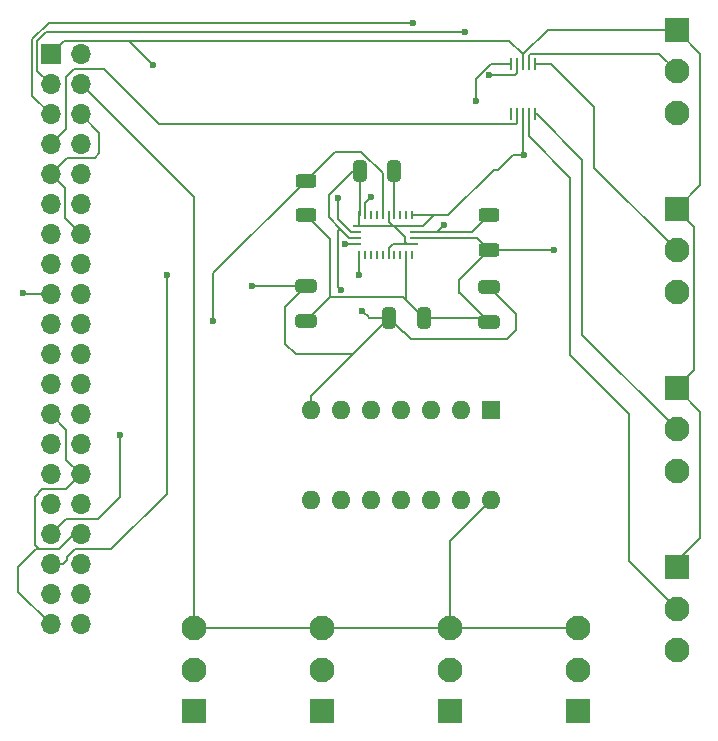
<source format=gtl>
%TF.GenerationSoftware,KiCad,Pcbnew,8.0.5*%
%TF.CreationDate,2024-10-20T15:20:27-04:00*%
%TF.ProjectId,Jetson_Extension_Board,4a657473-6f6e-45f4-9578-74656e73696f,rev?*%
%TF.SameCoordinates,Original*%
%TF.FileFunction,Copper,L1,Top*%
%TF.FilePolarity,Positive*%
%FSLAX46Y46*%
G04 Gerber Fmt 4.6, Leading zero omitted, Abs format (unit mm)*
G04 Created by KiCad (PCBNEW 8.0.5) date 2024-10-20 15:20:27*
%MOMM*%
%LPD*%
G01*
G04 APERTURE LIST*
G04 Aperture macros list*
%AMRoundRect*
0 Rectangle with rounded corners*
0 $1 Rounding radius*
0 $2 $3 $4 $5 $6 $7 $8 $9 X,Y pos of 4 corners*
0 Add a 4 corners polygon primitive as box body*
4,1,4,$2,$3,$4,$5,$6,$7,$8,$9,$2,$3,0*
0 Add four circle primitives for the rounded corners*
1,1,$1+$1,$2,$3*
1,1,$1+$1,$4,$5*
1,1,$1+$1,$6,$7*
1,1,$1+$1,$8,$9*
0 Add four rect primitives between the rounded corners*
20,1,$1+$1,$2,$3,$4,$5,0*
20,1,$1+$1,$4,$5,$6,$7,0*
20,1,$1+$1,$6,$7,$8,$9,0*
20,1,$1+$1,$8,$9,$2,$3,0*%
G04 Aperture macros list end*
%TA.AperFunction,ComponentPad*%
%ADD10R,2.100000X2.100000*%
%TD*%
%TA.AperFunction,ComponentPad*%
%ADD11C,2.100000*%
%TD*%
%TA.AperFunction,SMDPad,CuDef*%
%ADD12RoundRect,0.250000X0.625000X-0.312500X0.625000X0.312500X-0.625000X0.312500X-0.625000X-0.312500X0*%
%TD*%
%TA.AperFunction,SMDPad,CuDef*%
%ADD13R,0.250000X1.100000*%
%TD*%
%TA.AperFunction,ComponentPad*%
%ADD14R,1.700000X1.700000*%
%TD*%
%TA.AperFunction,ComponentPad*%
%ADD15O,1.700000X1.700000*%
%TD*%
%TA.AperFunction,SMDPad,CuDef*%
%ADD16RoundRect,0.250000X-0.325000X-0.650000X0.325000X-0.650000X0.325000X0.650000X-0.325000X0.650000X0*%
%TD*%
%TA.AperFunction,SMDPad,CuDef*%
%ADD17RoundRect,0.250000X0.325000X0.650000X-0.325000X0.650000X-0.325000X-0.650000X0.325000X-0.650000X0*%
%TD*%
%TA.AperFunction,SMDPad,CuDef*%
%ADD18RoundRect,0.250000X-0.650000X0.325000X-0.650000X-0.325000X0.650000X-0.325000X0.650000X0.325000X0*%
%TD*%
%TA.AperFunction,ComponentPad*%
%ADD19R,1.600000X1.600000*%
%TD*%
%TA.AperFunction,ComponentPad*%
%ADD20O,1.600000X1.600000*%
%TD*%
%TA.AperFunction,SMDPad,CuDef*%
%ADD21R,0.254000X0.675000*%
%TD*%
%TA.AperFunction,SMDPad,CuDef*%
%ADD22R,0.675000X0.254000*%
%TD*%
%TA.AperFunction,ViaPad*%
%ADD23C,0.600000*%
%TD*%
%TA.AperFunction,Conductor*%
%ADD24C,0.200000*%
%TD*%
G04 APERTURE END LIST*
D10*
%TO.P,J3,1,1*%
%TO.N,GND*%
X147766667Y-154162500D03*
D11*
%TO.P,J3,2,2*%
%TO.N,Net-(J3-Pad2)*%
X147766667Y-150662500D03*
%TO.P,J3,3,3*%
%TO.N,5V*%
X147766667Y-147162500D03*
%TD*%
D12*
%TO.P,R2,1*%
%TO.N,3.3V*%
X151097500Y-115132500D03*
%TO.P,R2,2*%
%TO.N,IMU nBOOT*%
X151097500Y-112207500D03*
%TD*%
D10*
%TO.P,J7,1,1*%
%TO.N,3.3V*%
X167000000Y-142000000D03*
D11*
%TO.P,J7,2,2*%
%TO.N,/ADC/Signal 1*%
X167000000Y-145500000D03*
%TO.P,J7,3,3*%
%TO.N,GND*%
X167000000Y-149000000D03*
%TD*%
D10*
%TO.P,J4,1,1*%
%TO.N,GND*%
X136933334Y-154162500D03*
D11*
%TO.P,J4,2,2*%
%TO.N,Net-(J4-Pad2)*%
X136933334Y-150662500D03*
%TO.P,J4,3,3*%
%TO.N,5V*%
X136933334Y-147162500D03*
%TD*%
D13*
%TO.P,U4,1,ADDR*%
%TO.N,unconnected-(U4-ADDR-Pad1)*%
X153000000Y-103650000D03*
%TO.P,U4,2,ALERT/RDY*%
%TO.N,ADC ALERT*%
X153500000Y-103650000D03*
%TO.P,U4,3,GND*%
%TO.N,GND*%
X154000000Y-103650000D03*
%TO.P,U4,4,AIN0*%
%TO.N,/ADC/Signal 1*%
X154500000Y-103650000D03*
%TO.P,U4,5,AIN1*%
%TO.N,/ADC/Signal 2*%
X155000000Y-103650000D03*
%TO.P,U4,6,AIN2*%
%TO.N,/ADC/Signal 3*%
X155000000Y-99350000D03*
%TO.P,U4,7,AIN3*%
%TO.N,/ADC/Signal 4*%
X154500000Y-99350000D03*
%TO.P,U4,8,VDD*%
%TO.N,3.3V*%
X154000000Y-99350000D03*
%TO.P,U4,9,SDA*%
%TO.N,/I2C_2_SDA*%
X153500000Y-99350000D03*
%TO.P,U4,10,SCL*%
%TO.N,/I2C_2_SCL*%
X153000000Y-99350000D03*
%TD*%
D14*
%TO.P,J6,1,Pin_1*%
%TO.N,3.3V*%
X114000000Y-98560000D03*
D15*
%TO.P,J6,2,Pin_2*%
%TO.N,5V*%
X116540000Y-98560000D03*
%TO.P,J6,3,Pin_3*%
%TO.N,/I2C_2_SDA*%
X114000000Y-101100000D03*
%TO.P,J6,4,Pin_4*%
%TO.N,5V*%
X116540000Y-101100000D03*
%TO.P,J6,5,Pin_5*%
%TO.N,/I2C_2_SCL*%
X114000000Y-103640000D03*
%TO.P,J6,6,Pin_6*%
%TO.N,GND*%
X116540000Y-103640000D03*
%TO.P,J6,7,Pin_7*%
%TO.N,ADC ALERT*%
X114000000Y-106180000D03*
%TO.P,J6,8,Pin_8*%
%TO.N,/UART_2_TX*%
X116540000Y-106180000D03*
%TO.P,J6,9,Pin_9*%
%TO.N,GND*%
X114000000Y-108720000D03*
%TO.P,J6,10,Pin_10*%
%TO.N,/UART_2_RX*%
X116540000Y-108720000D03*
%TO.P,J6,11,Pin_11*%
%TO.N,/gpio50*%
X114000000Y-111260000D03*
%TO.P,J6,12,Pin_12*%
%TO.N,/gpio79*%
X116540000Y-111260000D03*
%TO.P,J6,13,Pin_13*%
%TO.N,/gpio14*%
X114000000Y-113800000D03*
%TO.P,J6,14,Pin_14*%
%TO.N,GND*%
X116540000Y-113800000D03*
%TO.P,J6,15,Pin_15*%
%TO.N,/gpio194*%
X114000000Y-116340000D03*
%TO.P,J6,16,Pin_16*%
%TO.N,/gpio232*%
X116540000Y-116340000D03*
%TO.P,J6,17,Pin_17*%
%TO.N,3.3V*%
X114000000Y-118880000D03*
%TO.P,J6,18,Pin_18*%
%TO.N,/gpio15*%
X116540000Y-118880000D03*
%TO.P,J6,19,Pin_19*%
%TO.N,/gpio16*%
X114000000Y-121420000D03*
%TO.P,J6,20,Pin_20*%
%TO.N,GND*%
X116540000Y-121420000D03*
%TO.P,J6,21,Pin_21*%
%TO.N,/gpio17*%
X114000000Y-123960000D03*
%TO.P,J6,22,Pin_22*%
%TO.N,/gpio13*%
X116540000Y-123960000D03*
%TO.P,J6,23,Pin_23*%
%TO.N,/gpio18*%
X114000000Y-126500000D03*
%TO.P,J6,24,Pin_24*%
%TO.N,/gpio19*%
X116540000Y-126500000D03*
%TO.P,J6,25,Pin_25*%
%TO.N,GND*%
X114000000Y-129040000D03*
%TO.P,J6,26,Pin_26*%
%TO.N,/gpio20*%
X116540000Y-129040000D03*
%TO.P,J6,27,Pin_27*%
%TO.N,/I2C_1_SDA*%
X114000000Y-131580000D03*
%TO.P,J6,28,Pin_28*%
%TO.N,/I2C_1_SCL*%
X116540000Y-131580000D03*
%TO.P,J6,29,Pin_29*%
%TO.N,IMU nRESET*%
X114000000Y-134120000D03*
%TO.P,J6,30,Pin_30*%
%TO.N,GND*%
X116540000Y-134120000D03*
%TO.P,J6,31,Pin_31*%
%TO.N,IMU INT*%
X114000000Y-136660000D03*
%TO.P,J6,32,Pin_32*%
%TO.N,ST 1*%
X116540000Y-136660000D03*
%TO.P,J6,33,Pin_33*%
%TO.N,IMU nBOOT*%
X114000000Y-139200000D03*
%TO.P,J6,34,Pin_34*%
%TO.N,GND*%
X116540000Y-139200000D03*
%TO.P,J6,35,Pin_35*%
%TO.N,COM 3*%
X114000000Y-141740000D03*
%TO.P,J6,36,Pin_36*%
%TO.N,ST 2*%
X116540000Y-141740000D03*
%TO.P,J6,37,Pin_37*%
%TO.N,/gpio12*%
X114000000Y-144280000D03*
%TO.P,J6,38,Pin_38*%
%TO.N,ST 3*%
X116540000Y-144280000D03*
%TO.P,J6,39,Pin_39*%
%TO.N,GND*%
X114000000Y-146820000D03*
%TO.P,J6,40,Pin_40*%
%TO.N,ST 4*%
X116540000Y-146820000D03*
%TD*%
D10*
%TO.P,J10,1,1*%
%TO.N,3.3V*%
X167000000Y-96500000D03*
D11*
%TO.P,J10,2,2*%
%TO.N,/ADC/Signal 4*%
X167000000Y-100000000D03*
%TO.P,J10,3,3*%
%TO.N,GND*%
X167000000Y-103500000D03*
%TD*%
D16*
%TO.P,C7,1*%
%TO.N,GND*%
X142647500Y-120882500D03*
%TO.P,C7,2*%
%TO.N,3.3V*%
X145597500Y-120882500D03*
%TD*%
D10*
%TO.P,J8,1,1*%
%TO.N,3.3V*%
X167000000Y-126833332D03*
D11*
%TO.P,J8,2,2*%
%TO.N,/ADC/Signal 2*%
X167000000Y-130333332D03*
%TO.P,J8,3,3*%
%TO.N,GND*%
X167000000Y-133833332D03*
%TD*%
D10*
%TO.P,J9,1,1*%
%TO.N,3.3V*%
X167000000Y-111666666D03*
D11*
%TO.P,J9,2,2*%
%TO.N,/ADC/Signal 3*%
X167000000Y-115166666D03*
%TO.P,J9,3,3*%
%TO.N,GND*%
X167000000Y-118666666D03*
%TD*%
D17*
%TO.P,C8,1*%
%TO.N,Net-(U1-CAP)*%
X143097500Y-108458000D03*
%TO.P,C8,2*%
%TO.N,GND*%
X140147500Y-108458000D03*
%TD*%
D18*
%TO.P,C6,1*%
%TO.N,GND*%
X151097500Y-118257500D03*
%TO.P,C6,2*%
%TO.N,3.3V*%
X151097500Y-121207500D03*
%TD*%
%TO.P,C1,1*%
%TO.N,GND*%
X135597500Y-118207500D03*
%TO.P,C1,2*%
%TO.N,3.3V*%
X135597500Y-121157500D03*
%TD*%
D19*
%TO.P,U2,1*%
%TO.N,Net-(J2-Pad2)*%
X151260000Y-128662500D03*
D20*
%TO.P,U2,2*%
%TO.N,ST 1*%
X148720000Y-128662500D03*
%TO.P,U2,3*%
%TO.N,Net-(J3-Pad2)*%
X146180000Y-128662500D03*
%TO.P,U2,4*%
%TO.N,ST 2*%
X143640000Y-128662500D03*
%TO.P,U2,5*%
%TO.N,Net-(J4-Pad2)*%
X141100000Y-128662500D03*
%TO.P,U2,6*%
%TO.N,ST 3*%
X138560000Y-128662500D03*
%TO.P,U2,7,GND*%
%TO.N,GND*%
X136020000Y-128662500D03*
%TO.P,U2,8*%
%TO.N,ST 4*%
X136020000Y-136282500D03*
%TO.P,U2,9*%
%TO.N,Net-(J5-Pad2)*%
X138560000Y-136282500D03*
%TO.P,U2,10*%
%TO.N,unconnected-(U2-Pad10)*%
X141100000Y-136282500D03*
%TO.P,U2,11*%
%TO.N,unconnected-(U2-Pad11)*%
X143640000Y-136282500D03*
%TO.P,U2,12*%
%TO.N,unconnected-(U2-Pad12)*%
X146180000Y-136282500D03*
%TO.P,U2,13*%
%TO.N,unconnected-(U2-Pad13)*%
X148720000Y-136282500D03*
%TO.P,U2,14,5V*%
%TO.N,5V*%
X151260000Y-136282500D03*
%TD*%
D10*
%TO.P,J2,1,1*%
%TO.N,GND*%
X158600000Y-154162500D03*
D11*
%TO.P,J2,2,2*%
%TO.N,Net-(J2-Pad2)*%
X158600000Y-150662500D03*
%TO.P,J2,3,3*%
%TO.N,5V*%
X158600000Y-147162500D03*
%TD*%
D12*
%TO.P,R1,1*%
%TO.N,3.3V*%
X135597500Y-112207500D03*
%TO.P,R1,2*%
%TO.N,IMU nRESET*%
X135597500Y-109282500D03*
%TD*%
D10*
%TO.P,J5,1,1*%
%TO.N,GND*%
X126100000Y-154162500D03*
D11*
%TO.P,J5,2,2*%
%TO.N,Net-(J5-Pad2)*%
X126100000Y-150662500D03*
%TO.P,J5,3,3*%
%TO.N,5V*%
X126100000Y-147162500D03*
%TD*%
D21*
%TO.P,U1,1,PIN1*%
%TO.N,unconnected-(U1-PIN1-Pad1)*%
X144597500Y-115532500D03*
D22*
%TO.P,U1,2,GND*%
%TO.N,GND*%
X144735000Y-114620000D03*
%TO.P,U1,3,VDD*%
%TO.N,3.3V*%
X144735000Y-114120000D03*
%TO.P,U1,4,~{BOOT_LOAD_PIN}*%
%TO.N,IMU nBOOT*%
X144735000Y-113620000D03*
%TO.P,U1,5,PS1*%
%TO.N,GND*%
X144735000Y-113120000D03*
D21*
%TO.P,U1,6,PS0*%
X144597500Y-112207500D03*
%TO.P,U1,7,PIN7*%
%TO.N,unconnected-(U1-PIN7-Pad7)*%
X144097500Y-112207500D03*
%TO.P,U1,8,PIN8*%
%TO.N,unconnected-(U1-PIN8-Pad8)*%
X143597500Y-112207500D03*
%TO.P,U1,9,CAP*%
%TO.N,Net-(U1-CAP)*%
X143097500Y-112207500D03*
%TO.P,U1,10,BL_IND*%
%TO.N,GND*%
X142597500Y-112207500D03*
%TO.P,U1,11,~{RESET}*%
%TO.N,IMU nRESET*%
X142097500Y-112207500D03*
%TO.P,U1,12,PIN12*%
%TO.N,unconnected-(U1-PIN12-Pad12)*%
X141597500Y-112207500D03*
%TO.P,U1,13,PIN13*%
%TO.N,unconnected-(U1-PIN13-Pad13)*%
X141097500Y-112207500D03*
%TO.P,U1,14,INT*%
%TO.N,IMU INT*%
X140597500Y-112207500D03*
%TO.P,U1,15,GNDIO*%
%TO.N,GND*%
X140097500Y-112207500D03*
D22*
%TO.P,U1,16,GNDIO*%
X139960000Y-113120000D03*
%TO.P,U1,17,COM3*%
%TO.N,COM 3*%
X139960000Y-113620000D03*
%TO.P,U1,18,COM2*%
%TO.N,GND*%
X139960000Y-114120000D03*
%TO.P,U1,19,COM1*%
%TO.N,/I2C_2_SCL*%
X139960000Y-114620000D03*
D21*
%TO.P,U1,20,COM0*%
%TO.N,/I2C_2_SDA*%
X140097500Y-115532500D03*
%TO.P,U1,21,PIN21*%
%TO.N,unconnected-(U1-PIN21-Pad21)*%
X140597500Y-115532500D03*
%TO.P,U1,22,PIN22*%
%TO.N,unconnected-(U1-PIN22-Pad22)*%
X141097500Y-115532500D03*
%TO.P,U1,23,PIN23*%
%TO.N,unconnected-(U1-PIN23-Pad23)*%
X141597500Y-115532500D03*
%TO.P,U1,24,PIN24*%
%TO.N,unconnected-(U1-PIN24-Pad24)*%
X142097500Y-115532500D03*
%TO.P,U1,25,GNDIO*%
%TO.N,GND*%
X142597500Y-115532500D03*
%TO.P,U1,26,XOUT32*%
%TO.N,unconnected-(U1-XOUT32-Pad26)*%
X143097500Y-115532500D03*
%TO.P,U1,27,XIN32*%
%TO.N,unconnected-(U1-XIN32-Pad27)*%
X143597500Y-115532500D03*
%TO.P,U1,28,VDDIO*%
%TO.N,3.3V*%
X144097500Y-115532500D03*
%TD*%
D23*
%TO.N,GND*%
X154051000Y-107061000D03*
X131064000Y-118207500D03*
X138557000Y-118491000D03*
X140335000Y-120269000D03*
%TO.N,3.3V*%
X122682000Y-99441000D03*
X156591000Y-115132500D03*
X111633000Y-118745000D03*
%TO.N,IMU nBOOT*%
X119888000Y-130810000D03*
X147320000Y-113030000D03*
%TO.N,IMU nRESET*%
X127762000Y-121158000D03*
%TO.N,/I2C_2_SDA*%
X140081000Y-117221000D03*
X151130000Y-100330000D03*
X149098000Y-96647000D03*
%TO.N,/I2C_2_SCL*%
X138938000Y-114620000D03*
X144653000Y-95885000D03*
X149987000Y-102489000D03*
%TO.N,IMU INT*%
X141097000Y-110617000D03*
%TO.N,COM 3*%
X138303000Y-110744000D03*
X123825000Y-117221000D03*
%TD*%
D24*
%TO.N,GND*%
X113030000Y-140462000D02*
X113157000Y-140462000D01*
X140097500Y-112982500D02*
X139960000Y-113120000D01*
X151511000Y-108331000D02*
X151892000Y-108331000D01*
X115189000Y-109909000D02*
X114000000Y-108720000D01*
X142597500Y-115532500D02*
X142597500Y-114968000D01*
X139286529Y-114120000D02*
X138503765Y-113337235D01*
X118110000Y-106934000D02*
X118110000Y-105210000D01*
X114000000Y-146820000D02*
X111252000Y-144072000D01*
X142597500Y-114968000D02*
X142945500Y-114620000D01*
X139572500Y-108458000D02*
X140147500Y-108458000D01*
X113284000Y-135382000D02*
X112649000Y-136017000D01*
X118110000Y-105210000D02*
X116540000Y-103640000D01*
X145518500Y-113120000D02*
X146431000Y-112207500D01*
X143092000Y-113120000D02*
X144018000Y-114046000D01*
X146431000Y-112207500D02*
X147634500Y-112207500D01*
X112649000Y-140081000D02*
X113030000Y-140462000D01*
X111252000Y-144072000D02*
X111252000Y-141986000D01*
X139960000Y-113120000D02*
X142945500Y-113120000D01*
X136020000Y-127510000D02*
X142647500Y-120882500D01*
X144018000Y-114467500D02*
X144170500Y-114620000D01*
X115316000Y-132896000D02*
X115316000Y-130356000D01*
X115278000Y-135382000D02*
X113284000Y-135382000D01*
X137541000Y-110489500D02*
X139572500Y-108458000D01*
X112776000Y-140462000D02*
X113157000Y-140462000D01*
X116540000Y-134120000D02*
X115316000Y-132896000D01*
X153416000Y-121920000D02*
X153416000Y-120576000D01*
X139960000Y-114120000D02*
X139286529Y-114120000D01*
X144272000Y-114620000D02*
X144735000Y-114620000D01*
X138503765Y-113337235D02*
X138338000Y-113503000D01*
X143926500Y-122082500D02*
X144526000Y-122682000D01*
X154000000Y-107010000D02*
X154051000Y-107061000D01*
X117714000Y-107330000D02*
X118110000Y-106934000D01*
X139960000Y-113120000D02*
X139917000Y-113120000D01*
X154000000Y-103650000D02*
X154000000Y-107010000D01*
X138338000Y-118272000D02*
X138557000Y-118491000D01*
X114712314Y-140462000D02*
X115974314Y-139200000D01*
X144597500Y-112207500D02*
X146431000Y-112207500D01*
X140097500Y-112207500D02*
X140097500Y-112982500D01*
X134747000Y-123952000D02*
X139578000Y-123952000D01*
X113157000Y-140462000D02*
X114712314Y-140462000D01*
X116540000Y-134120000D02*
X115278000Y-135382000D01*
X137541000Y-112374471D02*
X137541000Y-110489500D01*
X114000000Y-108720000D02*
X115390000Y-107330000D01*
X116540000Y-113800000D02*
X115189000Y-112449000D01*
X135597500Y-118207500D02*
X131064000Y-118207500D01*
X139578000Y-123952000D02*
X142647500Y-120882500D01*
X142945500Y-113120000D02*
X143092000Y-113120000D01*
X133858000Y-123063000D02*
X134747000Y-123952000D01*
X151892000Y-108331000D02*
X153162000Y-107061000D01*
X144735000Y-113120000D02*
X145518500Y-113120000D01*
X115390000Y-107330000D02*
X117714000Y-107330000D01*
X115974314Y-139200000D02*
X116540000Y-139200000D01*
X144018000Y-114046000D02*
X144018000Y-114467500D01*
X153162000Y-107061000D02*
X154051000Y-107061000D01*
X144170500Y-114620000D02*
X144272000Y-114620000D01*
X142597500Y-112207500D02*
X142597500Y-112772000D01*
X115189000Y-112449000D02*
X115189000Y-109909000D01*
X136020000Y-128662500D02*
X136020000Y-127510000D01*
X140905236Y-120839236D02*
X140462000Y-120396000D01*
X142597500Y-112772000D02*
X142945500Y-113120000D01*
X133858000Y-119947000D02*
X133858000Y-123063000D01*
X153416000Y-120576000D02*
X151097500Y-118257500D01*
X112649000Y-136017000D02*
X112649000Y-140081000D01*
X140147500Y-108458000D02*
X140147500Y-112157500D01*
X138338000Y-113503000D02*
X138338000Y-118272000D01*
X147634500Y-112207500D02*
X151511000Y-108331000D01*
X142647500Y-120882500D02*
X143847500Y-122082500D01*
X142945500Y-113120000D02*
X144735000Y-113120000D01*
X144526000Y-122682000D02*
X152654000Y-122682000D01*
X152654000Y-122682000D02*
X153416000Y-121920000D01*
X115316000Y-130356000D02*
X114000000Y-129040000D01*
X142647500Y-120882500D02*
X140948500Y-120882500D01*
X142945500Y-114620000D02*
X144272000Y-114620000D01*
X138503765Y-113337235D02*
X137541000Y-112374471D01*
X143847500Y-122082500D02*
X143926500Y-122082500D01*
X135597500Y-118207500D02*
X133858000Y-119947000D01*
X140147500Y-112157500D02*
X140097500Y-112207500D01*
X111252000Y-141986000D02*
X112776000Y-140462000D01*
%TO.N,3.3V*%
X144097500Y-119382500D02*
X144097500Y-117983000D01*
X122682000Y-99441000D02*
X120650000Y-97409000D01*
X169000000Y-139500000D02*
X167000000Y-141500000D01*
X148590000Y-118745000D02*
X148590000Y-117640000D01*
X168500000Y-113166666D02*
X168500000Y-125333332D01*
X151097500Y-121207500D02*
X148635000Y-118745000D01*
X115152000Y-97410000D02*
X115151000Y-97409000D01*
X150085000Y-114120000D02*
X151097500Y-115132500D01*
X111768000Y-118880000D02*
X111633000Y-118745000D01*
X156647500Y-115132500D02*
X156718000Y-115062000D01*
X135597500Y-121157500D02*
X137629000Y-119126000D01*
X144735000Y-114120000D02*
X150085000Y-114120000D01*
X119126000Y-97409000D02*
X119125000Y-97410000D01*
X167000000Y-96500000D02*
X156075000Y-96500000D01*
X145597500Y-120882500D02*
X150772500Y-120882500D01*
X151097500Y-115132500D02*
X156591000Y-115132500D01*
X145597500Y-120882500D02*
X144097500Y-119382500D01*
X167000000Y-141500000D02*
X167000000Y-142000000D01*
X168500000Y-125333332D02*
X167000000Y-126833332D01*
X137629000Y-119126000D02*
X143841000Y-119126000D01*
X152635785Y-97410000D02*
X152634785Y-97409000D01*
X135597500Y-112207500D02*
X137629000Y-114239000D01*
X114000000Y-118880000D02*
X111768000Y-118880000D01*
X167000000Y-126833332D02*
X169000000Y-128833332D01*
X154000000Y-98575000D02*
X152835000Y-97410000D01*
X137629000Y-114239000D02*
X137629000Y-119126000D01*
X156075000Y-96500000D02*
X154000000Y-98575000D01*
X169000000Y-98500000D02*
X169000000Y-109666666D01*
X152835000Y-97410000D02*
X152635785Y-97410000D01*
X115151000Y-97409000D02*
X114000000Y-98560000D01*
X169000000Y-109666666D02*
X167000000Y-111666666D01*
X148635000Y-118745000D02*
X148590000Y-118745000D01*
X148590000Y-117640000D02*
X151097500Y-115132500D01*
X143841000Y-119126000D02*
X145597500Y-120882500D01*
X167000000Y-96500000D02*
X169000000Y-98500000D01*
X119125000Y-97410000D02*
X115152000Y-97410000D01*
X152634785Y-97409000D02*
X119126000Y-97409000D01*
X150772500Y-120882500D02*
X151097500Y-121207500D01*
X144097500Y-117983000D02*
X144097500Y-115532500D01*
X167000000Y-111666666D02*
X168500000Y-113166666D01*
X154000000Y-99350000D02*
X154000000Y-98575000D01*
X156591000Y-115132500D02*
X156647500Y-115132500D01*
X169000000Y-128833332D02*
X169000000Y-139500000D01*
%TO.N,Net-(U1-CAP)*%
X143097500Y-108458000D02*
X143097500Y-112207500D01*
%TO.N,5V*%
X126100000Y-147162500D02*
X126100000Y-110660000D01*
X126100000Y-147162500D02*
X136933334Y-147162500D01*
X147766667Y-147162500D02*
X147766667Y-139775833D01*
X147766667Y-139775833D02*
X151260000Y-136282500D01*
X136933334Y-147162500D02*
X147766667Y-147162500D01*
X126100000Y-110660000D02*
X116540000Y-101100000D01*
X158600000Y-147162500D02*
X147766667Y-147162500D01*
%TO.N,IMU nBOOT*%
X149685000Y-113620000D02*
X151097500Y-112207500D01*
X115278000Y-137922000D02*
X114000000Y-139200000D01*
X119888000Y-136017000D02*
X117983000Y-137922000D01*
X144735000Y-113620000D02*
X149685000Y-113620000D01*
X144735000Y-113620000D02*
X146730000Y-113620000D01*
X119888000Y-130810000D02*
X119888000Y-136017000D01*
X146730000Y-113620000D02*
X147320000Y-113030000D01*
X117983000Y-137922000D02*
X115278000Y-137922000D01*
%TO.N,IMU nRESET*%
X137622000Y-107258000D02*
X137622000Y-107234000D01*
X140256244Y-106807000D02*
X142097500Y-108648256D01*
X142097500Y-108648256D02*
X142097500Y-112207500D01*
X135597500Y-109282500D02*
X127762000Y-117118000D01*
X135597500Y-109282500D02*
X137622000Y-107258000D01*
X138049000Y-106807000D02*
X140256244Y-106807000D01*
X127762000Y-117118000D02*
X127762000Y-121158000D01*
X137622000Y-107234000D02*
X138049000Y-106807000D01*
%TO.N,/I2C_2_SDA*%
X113613000Y-96647000D02*
X149098000Y-96647000D01*
X140097500Y-115532500D02*
X140097500Y-117204500D01*
X140097500Y-117204500D02*
X140081000Y-117221000D01*
X112850000Y-97410000D02*
X113613000Y-96647000D01*
X153500000Y-100125000D02*
X153295000Y-100330000D01*
X114000000Y-101100000D02*
X112850000Y-99950000D01*
X112850000Y-99950000D02*
X112850000Y-97410000D01*
X153500000Y-99350000D02*
X153500000Y-100125000D01*
X153295000Y-100330000D02*
X151130000Y-100330000D01*
%TO.N,/I2C_2_SCL*%
X114000000Y-103640000D02*
X112450000Y-102090000D01*
X153000000Y-99350000D02*
X151261471Y-99350000D01*
X112450000Y-102090000D02*
X112450000Y-97244314D01*
X138938000Y-114620000D02*
X139960000Y-114620000D01*
X113809314Y-95885000D02*
X144653000Y-95885000D01*
X112450000Y-97244314D02*
X113809314Y-95885000D01*
X151261471Y-99350000D02*
X149987000Y-100624471D01*
X149987000Y-100624471D02*
X149987000Y-102489000D01*
X144653000Y-95885000D02*
X144780000Y-95885000D01*
X149987000Y-102489000D02*
X149987000Y-102616000D01*
%TO.N,ADC ALERT*%
X115951654Y-99822000D02*
X115316000Y-100457654D01*
X118491000Y-99822000D02*
X115951654Y-99822000D01*
X115316000Y-100457654D02*
X115316000Y-104864000D01*
X153500000Y-103650000D02*
X153500000Y-104425000D01*
X123169000Y-104500000D02*
X118491000Y-99822000D01*
X153500000Y-104425000D02*
X153425000Y-104500000D01*
X153425000Y-104500000D02*
X123169000Y-104500000D01*
X115316000Y-104864000D02*
X114000000Y-106180000D01*
%TO.N,IMU INT*%
X140597500Y-111116500D02*
X141097000Y-110617000D01*
X140597500Y-112207500D02*
X140597500Y-111116500D01*
%TO.N,COM 3*%
X116078000Y-140462000D02*
X115390000Y-141150000D01*
X115390000Y-141404000D02*
X115054000Y-141740000D01*
X139395500Y-113620000D02*
X138303000Y-112527500D01*
X115390000Y-141150000D02*
X115390000Y-141404000D01*
X123825000Y-117221000D02*
X123825000Y-135763000D01*
X138303000Y-112527500D02*
X138303000Y-110744000D01*
X139960000Y-113620000D02*
X139395500Y-113620000D01*
X123825000Y-135763000D02*
X119126000Y-140462000D01*
X119126000Y-140462000D02*
X116078000Y-140462000D01*
X115054000Y-141740000D02*
X114000000Y-141740000D01*
%TO.N,/ADC/Signal 4*%
X154500000Y-99350000D02*
X154500000Y-98640686D01*
X154640686Y-98500000D02*
X165500000Y-98500000D01*
X165500000Y-98500000D02*
X167000000Y-100000000D01*
X154500000Y-98640686D02*
X154640686Y-98500000D01*
%TO.N,/ADC/Signal 3*%
X160000000Y-108166666D02*
X167000000Y-115166666D01*
X155000000Y-99350000D02*
X156350000Y-99350000D01*
X160000000Y-103000000D02*
X160000000Y-108166666D01*
X156350000Y-99350000D02*
X160000000Y-103000000D01*
%TO.N,/ADC/Signal 1*%
X163000000Y-129000000D02*
X158000000Y-124000000D01*
X163000000Y-141500000D02*
X163000000Y-129000000D01*
X167000000Y-145500000D02*
X163000000Y-141500000D01*
X154500000Y-105500000D02*
X154500000Y-103650000D01*
X158000000Y-124000000D02*
X158000000Y-109000000D01*
X158000000Y-109000000D02*
X154500000Y-105500000D01*
%TO.N,/ADC/Signal 2*%
X167000000Y-130333332D02*
X159000000Y-122333332D01*
X155150000Y-103650000D02*
X155000000Y-103650000D01*
X159000000Y-107500000D02*
X155150000Y-103650000D01*
X159000000Y-122333332D02*
X159000000Y-107500000D01*
%TD*%
M02*

</source>
